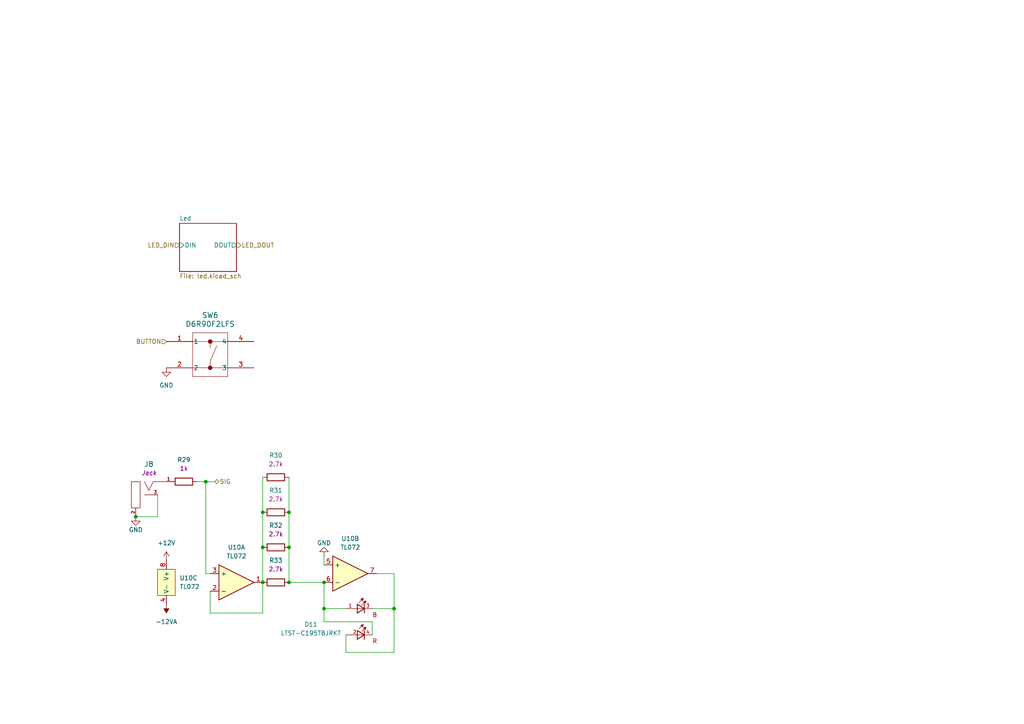
<source format=kicad_sch>
(kicad_sch (version 20231120) (generator "eeschema") (generator_version "8.0")
  (paper "A4")
  (lib_symbols
    (symbol "4ms_IC:TL072"
      (property "Reference" "U" (at 2.54 5.08 0))
      (property "Value" "TL072" (at 2.54 -3.81 0))
      (symbol "TL072_1_1"
        (polyline (pts (xy -5.08 5.08) (xy 5.08 0) (xy -5.08 -5.08) (xy -5.08 5.08)) (stroke (width 0.254)) (fill (type background)))
        (pin output line (at 7.62 0 180) (length 2.54) (name "~") (number "1"))
        (pin input line (at -7.62 -2.54 0) (length 2.54) (name "-") (number "2"))
        (pin input line (at -7.62 2.54 0) (length 2.54) (name "+") (number "3"))
      )
      (symbol "TL072_2_1"
        (polyline (pts (xy -5.08 5.08) (xy 5.08 0) (xy -5.08 -5.08) (xy -5.08 5.08)) (stroke (width 0.254)) (fill (type background)))
        (pin input line (at -7.62 2.54 0) (length 2.54) (name "+") (number "5"))
        (pin input line (at -7.62 -2.54 0) (length 2.54) (name "-") (number "6"))
        (pin output line (at 7.62 0 180) (length 2.54) (name "~") (number "7"))
      )
      (symbol "TL072_3_1"
        (rectangle (start -2.54 3.81) (end 2.54 -3.81) (fill (type background)))
        (pin power_in line (at 0 -6.35 90) (length 2.54) (name "V-") (number "4"))
        (pin power_in line (at 0 6.35 270) (length 2.54) (name "V+") (number "8"))
      )
    )
    (symbol "4ms_Jack:3.5mm_Mono_Switched_sm" (pin_names (offset 0) hide)
      (property "Reference" "J" (at -5.334 9.144 0))
      (property "Display" "Jack" (at -4.064 6.858 0))
      (symbol "3.5mm_Mono_Switched_sm_0_0"
        (rectangle (start -6.35 5.08) (end -3.81 -2.54))
        (polyline (pts (xy -2.54 1.27) (xy 0 1.27)))
        (polyline (pts (xy -2.54 5.08) (xy -1.27 2.54) (xy 0 5.08) (xy 3.81 5.08)))
      )
      (symbol "3.5mm_Mono_Switched_sm_1_1"
        (pin passive line (at 5.08 5.08 180) (length 1.27) (name "SIG") (number "1"))
        (pin passive line (at -5.08 -5.08 90) (length 2.54) (name "SHEILD") (number "2"))
        (pin passive line (at 1.27 1.27 180) (length 1.27) (name "SW") (number "3"))
      )
    )
    (symbol "4ms_Power-symbol:-12VA" (power) (pin_names (offset 0))
      (property "Value" "-12VA" (at 0 3.556 0))
      (symbol "-12VA_0_0"
        (pin power_in line (at 0 0 90) (length 0) hide (name "-12VA") (number "1"))
      )
      (symbol "-12VA_0_1"
        (polyline (pts (xy 0 0) (xy 0 1.27) (xy 0.762 1.27) (xy 0 2.54) (xy -0.762 1.27) (xy 0 1.27)) (fill (type outline)))
      )
    )
    (symbol "4ms_Power-symbol:GND" (power) (pin_names (offset 0))
      (property "Value" "GND" (at 0 -3.81 0))
      (symbol "GND_0_1"
        (polyline (pts (xy 0 0) (xy 0 -1.27) (xy 1.27 -1.27) (xy 0 -2.54) (xy -1.27 -1.27) (xy 0 -1.27)))
      )
      (symbol "GND_1_1"
        (pin power_in line (at 0 0 270) (length 0) hide (name "GND") (number "1"))
      )
    )
    (symbol "4ms_Resistor:1k_0402" (pin_numbers hide) (pin_names (offset 0))
      (property "Reference" "R" (at 2.032 0 90))
      (property "Display" "1k" (at 3.81 0 90))
      (symbol "1k_0402_0_1"
        (rectangle (start -1.016 -2.54) (end 1.016 2.54) (stroke (width 0.254)))
      )
      (symbol "1k_0402_1_1"
        (pin passive line (at 0 3.81 270) (length 1.27) (name "~") (number "1"))
        (pin passive line (at 0 -3.81 90) (length 1.27) (name "~") (number "2"))
      )
    )
    (symbol "4ms_Resistor:2.7k_0603" (pin_numbers hide) (pin_names (offset 0))
      (property "Reference" "R" (at 2.032 0 90))
      (property "Display" "2.7k" (at 3.81 0 90))
      (symbol "2.7k_0603_0_1"
        (rectangle (start -1.016 -2.54) (end 1.016 2.54) (stroke (width 0.254)))
      )
      (symbol "2.7k_0603_1_1"
        (pin passive line (at 0 3.81 270) (length 1.27) (name "~") (number "1"))
        (pin passive line (at 0 -3.81 90) (length 1.27) (name "~") (number "2"))
      )
    )
    (symbol "D6R90:D6R90F2LFS" (pin_names (offset 0.254))
      (property "Reference" "SW" (at 13.335 7.62 0))
      (property "Value" "D6R90F2LFS" (at 20.32 5.08 0))
      (symbol "D6R90F2LFS_0_1"
        (polyline (pts (xy 7.62 -10.16) (xy 17.78 -10.16)) (stroke (width 0.127)))
        (polyline (pts (xy 7.62 -7.62) (xy 17.78 -7.62)) (stroke (width 0.127)))
        (polyline (pts (xy 7.62 0) (xy 17.78 0)) (stroke (width 0.127)))
        (polyline (pts (xy 7.62 2.54) (xy 7.62 -10.16)) (stroke (width 0.127)))
        (polyline (pts (xy 12.7 -7.62) (xy 12.7 -5.715)) (stroke (width 0.127)))
        (polyline (pts (xy 12.7 -5.715) (xy 14.605 -1.27)) (stroke (width 0.127)))
        (polyline (pts (xy 12.7 0) (xy 12.7 -1.905)) (stroke (width 0.127)))
        (polyline (pts (xy 17.78 -10.16) (xy 17.78 2.54)) (stroke (width 0.127)))
        (polyline (pts (xy 17.78 2.54) (xy 7.62 2.54)) (stroke (width 0.127)))
        (circle (center 12.7 -7.62) (radius 0.127) (stroke (width 0.508)))
        (circle (center 12.7 0) (radius 0.127) (stroke (width 0.508)))
        (pin unspecified line (at 0 0 0) (length 7.62) (name "1") (number "1"))
        (pin unspecified line (at 0 -7.62 0) (length 7.62) (name "2") (number "2"))
        (pin unspecified line (at 25.4 -7.62 180) (length 7.62) (name "3") (number "3"))
        (pin unspecified line (at 25.4 0 180) (length 7.62) (name "4") (number "4"))
      )
    )
    (symbol "LTST-C195TBJRKT:LTST-C195TBJRKT" (pin_names (offset 1.016))
      (property "Reference" "D" (at -2.54 8.3988 0))
      (property "Value" "LTST-C195TBJRKT" (at -2.54 -7.2133 0))
      (symbol "LTST-C195TBJRKT_0_0"
        (polyline (pts (xy 0 5.08) (xy 2.54 5.08)) (stroke (width 0.1524)))
        (polyline (pts (xy 0.762 -1.27) (xy 0.762 -3.81)) (stroke (width 0.254)))
        (polyline (pts (xy 0.762 -1.27) (xy 2.794 -2.54)) (stroke (width 0.254)))
        (polyline (pts (xy 0.762 6.35) (xy 0.762 3.81)) (stroke (width 0.254)))
        (polyline (pts (xy 0.762 6.35) (xy 2.794 5.08)) (stroke (width 0.254)))
        (polyline (pts (xy 1.27 -0.762) (xy 2.159 0.127)) (stroke (width 0.1524)))
        (polyline (pts (xy 1.27 6.858) (xy 2.159 7.747)) (stroke (width 0.1524)))
        (polyline (pts (xy 2.032 -1.524) (xy 2.921 -0.635)) (stroke (width 0.1524)))
        (polyline (pts (xy 2.032 6.096) (xy 2.921 6.985)) (stroke (width 0.1524)))
        (polyline (pts (xy 2.794 -2.54) (xy 0.762 -3.81)) (stroke (width 0.254)))
        (polyline (pts (xy 2.794 -2.54) (xy 2.794 -3.81)) (stroke (width 0.254)))
        (polyline (pts (xy 2.794 -1.27) (xy 2.794 -2.54)) (stroke (width 0.254)))
        (polyline (pts (xy 2.794 5.08) (xy 0.762 3.81)) (stroke (width 0.254)))
        (polyline (pts (xy 2.794 5.08) (xy 2.794 3.81)) (stroke (width 0.254)))
        (polyline (pts (xy 2.794 6.35) (xy 2.794 5.08)) (stroke (width 0.254)))
        (polyline (pts (xy 2.286 -0.254) (xy 2.54 0.508) (xy 1.778 0.254) (xy 2.286 -0.254)) (stroke (width 0.1524)) (fill (type outline)))
        (polyline (pts (xy 2.286 7.366) (xy 2.54 8.128) (xy 1.778 7.874) (xy 2.286 7.366)) (stroke (width 0.1524)) (fill (type outline)))
        (polyline (pts (xy 3.048 -1.016) (xy 3.302 -0.254) (xy 2.54 -0.508) (xy 3.048 -1.016)) (stroke (width 0.1524)) (fill (type outline)))
        (polyline (pts (xy 3.048 6.604) (xy 3.302 7.366) (xy 2.54 7.112) (xy 3.048 6.604)) (stroke (width 0.1524)) (fill (type outline)))
        (text "B" (at 5.0811 2.541 0) (effects (font (size 1.2705 1.2705)) (justify left bottom)))
        (text "R" (at 5.0854 -5.0909 0) (effects (font (size 1.2727 1.2727)) (justify left bottom)))
        (pin passive line (at -2.54 5.08 0) (length 2.54) (name "~") (number "1"))
        (pin passive line (at -2.54 -2.54 0) (length 5.08) (name "~") (number "2"))
        (pin passive line (at 5.08 5.08 180) (length 2.54) (name "~") (number "3"))
        (pin passive line (at 5.08 -2.54 180) (length 2.54) (name "~") (number "4"))
      )
    )
    (symbol "power:+12V" (power) (pin_numbers hide) (pin_names (offset 0) hide)
      (property "Value" "+12V" (at 0 3.556 0))
      (symbol "+12V_0_1"
        (polyline (pts (xy -0.762 1.27) (xy 0 2.54)))
        (polyline (pts (xy 0 0) (xy 0 2.54)))
        (polyline (pts (xy 0 2.54) (xy 0.762 1.27)))
      )
      (symbol "+12V_1_1"
        (pin power_in line (at 0 0 90) (length 0) (name "~") (number "1"))
      )
    )
  )
  (junction (at 114.3 176.53))
  (junction (at 39.37 149.86))
  (junction (at 83.82 148.59))
  (junction (at 93.98 168.91))
  (junction (at 93.98 176.53))
  (junction (at 59.69 139.7))
  (junction (at 83.82 168.91))
  (junction (at 83.82 158.75))
  (junction (at 76.2 168.91))
  (junction (at 76.2 158.75))
  (junction (at 76.2 148.59))
  (wire (pts (xy 114.3 166.37) (xy 109.22 166.37)))
  (wire (pts (xy 62.23 139.7) (xy 59.69 139.7)))
  (wire (pts (xy 76.2 177.8) (xy 76.2 168.91)))
  (wire (pts (xy 83.82 158.75) (xy 83.82 168.91)))
  (wire (pts (xy 107.95 180.34) (xy 107.95 184.15)))
  (wire (pts (xy 93.98 176.53) (xy 93.98 168.91)))
  (wire (pts (xy 83.82 138.43) (xy 83.82 148.59)))
  (wire (pts (xy 59.69 139.7) (xy 57.15 139.7)))
  (wire (pts (xy 83.82 168.91) (xy 93.98 168.91)))
  (wire (pts (xy 114.3 176.53) (xy 114.3 166.37)))
  (wire (pts (xy 45.72 149.86) (xy 39.37 149.86)))
  (wire (pts (xy 93.98 176.53) (xy 93.98 180.34)))
  (wire (pts (xy 59.69 139.7) (xy 59.69 166.37)))
  (wire (pts (xy 100.33 176.53) (xy 93.98 176.53)))
  (wire (pts (xy 114.3 176.53) (xy 107.95 176.53)))
  (wire (pts (xy 76.2 138.43) (xy 76.2 148.59)))
  (wire (pts (xy 100.33 184.15) (xy 100.33 189.23)))
  (wire (pts (xy 100.33 189.23) (xy 114.3 189.23)))
  (wire (pts (xy 93.98 180.34) (xy 107.95 180.34)))
  (wire (pts (xy 59.69 166.37) (xy 60.96 166.37)))
  (wire (pts (xy 60.96 171.45) (xy 60.96 177.8)))
  (wire (pts (xy 76.2 148.59) (xy 76.2 158.75)))
  (wire (pts (xy 114.3 189.23) (xy 114.3 176.53)))
  (wire (pts (xy 76.2 158.75) (xy 76.2 168.91)))
  (wire (pts (xy 83.82 148.59) (xy 83.82 158.75)))
  (wire (pts (xy 60.96 177.8) (xy 76.2 177.8)))
  (wire (pts (xy 93.98 161.29) (xy 93.98 163.83)))
  (wire (pts (xy 45.72 143.51) (xy 45.72 149.86)))
  (hierarchical_label "LED_DOUT" (shape output) (at 68.58 71.12 0))
  (hierarchical_label "SIG" (shape bidirectional) (at 62.23 139.7 0))
  (hierarchical_label "BUTTON" (shape input) (at 48.26 99.06 180))
  (hierarchical_label "LED_DIN" (shape input) (at 52.07 71.12 180))
  (symbol (lib_id "4ms_IC:TL072") (at 48.26 168.91 0) (unit 3)
    (property "Reference" "U10" (at 52.07 167.6399 0) (effects (justify left)))
    (property "Value" "TL072" (at 52.07 170.1799 0) (effects (justify left)))
    (property "Footprint" "4ms_Package_SSOP:TSSOP-8_4.4x3mm_Pitch0.65mm" (effects (hide yes)))
    (property "Description" "TL072 Dual Opamp TSSOP-8" (effects (hide yes)))
    (property "Specifications" "TL072 Dual Opamp" (effects (hide yes)))
    (property "JLCPCB ID" "C90748" (effects (hide yes)))
    (property "Production Stage" "A" (effects (hide yes)))
    (instances (project "switch_sequencer" (path "" (reference "U10") (unit 3)) (path "" (reference "U12") (unit 3)) (path "" (reference "U7") (unit 3)) (path "" (reference "U9") (unit 3)) (path "" (reference "U8") (unit 3)) (path "" (reference "U5") (unit 3)) (path "" (reference "U6") (unit 3)) (path "" (reference "U11") (unit 3))))
  )
  (symbol (lib_id "D6R90:D6R90F2LFS") (at 48.26 99.06 0) (unit 1)
    (property "Reference" "SW6" (at 60.96 91.44 0) (effects (font (size 1.524 1.524))))
    (property "Value" "D6R90F2LFS" (at 60.96 93.98 0) (effects (font (size 1.524 1.524))))
    (property "Footprint" "D6R90:D6R90_CNK" (effects (hide yes)))
    (property "Datasheet" "D6R90F2LFS" (effects (hide yes)))
    (instances (project "switch_sequencer" (path "" (reference "SW6") (unit 1)) (path "" (reference "SW8") (unit 1)) (path "" (reference "SW3") (unit 1)) (path "" (reference "SW5") (unit 1)) (path "" (reference "SW4") (unit 1)) (path "" (reference "SW1") (unit 1)) (path "" (reference "SW2") (unit 1)) (path "" (reference "SW7") (unit 1))))
  )
  (symbol (lib_id "4ms_Resistor:2.7k_0603") (at 80.01 158.75 90) (unit 1)
    (property "Reference" "R32" (at 80.01 152.4 90))
    (property "Value" "2.7k_0603" (effects (hide yes)))
    (property "Footprint" "4ms_Resistor:R_0603" (effects (hide yes)))
    (property "Description" "2k7, 1%, 1/10W, 0603" (effects (hide yes)))
    (property "Specifications" "2k7, 1%, 1/10W, 0603" (effects (hide yes)))
    (property "Manufacturer" "Yageo" (effects (hide yes)))
    (property "Part Number" "RC0603FR-072K7L" (effects (hide yes)))
    (property "Display" "2.7k" (at 80.01 154.94 90))
    (property "JLCPCB ID" "C13167" (effects (hide yes)))
    (instances (project "switch_sequencer" (path "" (reference "R32") (unit 1)) (path "" (reference "R42") (unit 1)) (path "" (reference "R17") (unit 1)) (path "" (reference "R27") (unit 1)) (path "" (reference "R22") (unit 1)) (path "" (reference "R7") (unit 1)) (path "" (reference "R12") (unit 1)) (path "" (reference "R37") (unit 1))))
  )
  (symbol (lib_id "4ms_Power-symbol:-12VA") (at 48.26 175.26 180) (unit 1)
    (property "Reference" "#PWR066" (effects (hide yes)))
    (property "Value" "-12VA" (at 48.26 180.34 0))
    (instances (project "switch_sequencer" (path "" (reference "#PWR066") (unit 1)) (path "" (reference "#PWR080") (unit 1)) (path "" (reference "#PWR033") (unit 1)) (path "" (reference "#PWR059") (unit 1)) (path "" (reference "#PWR052") (unit 1)) (path "" (reference "#PWR09") (unit 1)) (path "" (reference "#PWR016") (unit 1)) (path "" (reference "#PWR073") (unit 1))))
  )
  (symbol (lib_id "4ms_Resistor:2.7k_0603") (at 80.01 138.43 90) (unit 1)
    (property "Reference" "R30" (at 80.01 132.08 90))
    (property "Value" "2.7k_0603" (effects (hide yes)))
    (property "Footprint" "4ms_Resistor:R_0603" (effects (hide yes)))
    (property "Description" "2k7, 1%, 1/10W, 0603" (effects (hide yes)))
    (property "Specifications" "2k7, 1%, 1/10W, 0603" (effects (hide yes)))
    (property "Manufacturer" "Yageo" (effects (hide yes)))
    (property "Part Number" "RC0603FR-072K7L" (effects (hide yes)))
    (property "Display" "2.7k" (at 80.01 134.62 90))
    (property "JLCPCB ID" "C13167" (effects (hide yes)))
    (instances (project "switch_sequencer" (path "" (reference "R30") (unit 1)) (path "" (reference "R40") (unit 1)) (path "" (reference "R15") (unit 1)) (path "" (reference "R25") (unit 1)) (path "" (reference "R20") (unit 1)) (path "" (reference "R5") (unit 1)) (path "" (reference "R10") (unit 1)) (path "" (reference "R35") (unit 1))))
  )
  (symbol (lib_id "4ms_Resistor:1k_0402") (at 53.34 139.7 90) (unit 1)
    (property "Reference" "R29" (at 53.34 133.35 90))
    (property "Value" "1k_0402" (effects (hide yes)))
    (property "Footprint" "4ms_Resistor:R_0402" (effects (hide yes)))
    (property "Description" "1k, 1%, 1/16W, 0603" (effects (hide yes)))
    (property "Specifications" "1k, 1%, 1/16W, 0402" (effects (hide yes)))
    (property "Manufacturer" "Yageo" (effects (hide yes)))
    (property "Part Number" "RC0402FR-071KL" (effects (hide yes)))
    (property "Manufacturer 2" "Yageo" (effects (hide yes)))
    (property "Display" "1k" (at 53.34 135.89 90))
    (property "JLCPCB ID" "C106235" (effects (hide yes)))
    (instances (project "switch_sequencer" (path "" (reference "R29") (unit 1)) (path "" (reference "R39") (unit 1)) (path "" (reference "R14") (unit 1)) (path "" (reference "R24") (unit 1)) (path "" (reference "R19") (unit 1)) (path "" (reference "R4") (unit 1)) (path "" (reference "R9") (unit 1)) (path "" (reference "R34") (unit 1))))
  )
  (symbol (lib_id "LTST-C195TBJRKT:LTST-C195TBJRKT") (at 102.87 181.61 0) (unit 1)
    (property "Reference" "D11" (at 90.17 181.102 0))
    (property "Value" "LTST-C195TBJRKT" (at 90.17 183.642 0))
    (property "Footprint" "LTST-C195TBJRKT:LED_LTST-C195TBJRKT" (effects (hide yes)))
    (property "MANUFACTURER" "Lite-On Inc." (effects (hide yes)))
    (property "STANDARD" "Manufacturer Recommendation" (effects (hide yes)))
    (instances (project "switch_sequencer" (path "" (reference "D11") (unit 1)) (path "" (reference "D15") (unit 1)) (path "" (reference "D5") (unit 1)) (path "" (reference "D9") (unit 1)) (path "" (reference "D7") (unit 1)) (path "" (reference "D1") (unit 1)) (path "" (reference "D3") (unit 1)) (path "" (reference "D13") (unit 1))))
  )
  (symbol (lib_id "4ms_IC:TL072") (at 68.58 168.91 0) (unit 1)
    (property "Reference" "U10" (at 68.58 158.75 0))
    (property "Value" "TL072" (at 68.58 161.29 0))
    (property "Footprint" "4ms_Package_SSOP:TSSOP-8_4.4x3mm_Pitch0.65mm" (effects (hide yes)))
    (property "Description" "TL072 Dual Opamp TSSOP-8" (effects (hide yes)))
    (property "Specifications" "TL072 Dual Opamp" (effects (hide yes)))
    (property "JLCPCB ID" "C90748" (effects (hide yes)))
    (property "Production Stage" "A" (effects (hide yes)))
    (instances (project "switch_sequencer" (path "" (reference "U10") (unit 1)) (path "" (reference "U12") (unit 1)) (path "" (reference "U7") (unit 1)) (path "" (reference "U9") (unit 1)) (path "" (reference "U8") (unit 1)) (path "" (reference "U5") (unit 1)) (path "" (reference "U6") (unit 1)) (path "" (reference "U11") (unit 1))))
  )
  (symbol (lib_id "4ms_Power-symbol:GND") (at 93.98 161.29 180) (unit 1)
    (property "Reference" "#PWR010" (effects (hide yes)))
    (property "Value" "GND" (at 93.98 157.48 0))
    (instances (project "switch_sequencer" (path "" (reference "#PWR067") (unit 1)) (path "" (reference "#PWR081") (unit 1)) (path "" (reference "#PWR034") (unit 1)) (path "" (reference "#PWR060") (unit 1)) (path "" (reference "#PWR053") (unit 1)) (path "" (reference "#PWR010") (unit 1)) (path "" (reference "#PWR017") (unit 1)) (path "" (reference "#PWR074") (unit 1))))
  )
  (symbol (lib_id "4ms_IC:TL072") (at 101.6 166.37 0) (unit 2)
    (property "Reference" "U10" (at 101.6 156.21 0))
    (property "Value" "TL072" (at 101.6 158.75 0))
    (property "Footprint" "4ms_Package_SSOP:TSSOP-8_4.4x3mm_Pitch0.65mm" (effects (hide yes)))
    (property "Description" "TL072 Dual Opamp TSSOP-8" (effects (hide yes)))
    (property "Specifications" "TL072 Dual Opamp" (effects (hide yes)))
    (property "JLCPCB ID" "C90748" (effects (hide yes)))
    (property "Production Stage" "A" (effects (hide yes)))
    (instances (project "switch_sequencer" (path "" (reference "U10") (unit 2)) (path "" (reference "U12") (unit 2)) (path "" (reference "U7") (unit 2)) (path "" (reference "U9") (unit 2)) (path "" (reference "U8") (unit 2)) (path "" (reference "U5") (unit 2)) (path "" (reference "U6") (unit 2)) (path "" (reference "U11") (unit 2))))
  )
  (symbol (lib_id "4ms_Power-symbol:GND") (at 48.26 106.68 0) (unit 1)
    (property "Reference" "#PWR064" (effects (hide yes)))
    (property "Value" "GND" (at 48.26 111.76 0))
    (instances (project "switch_sequencer" (path "" (reference "#PWR064") (unit 1)) (path "" (reference "#PWR078") (unit 1)) (path "" (reference "#PWR031") (unit 1)) (path "" (reference "#PWR057") (unit 1)) (path "" (reference "#PWR038") (unit 1)) (path "" (reference "#PWR07") (unit 1)) (path "" (reference "#PWR014") (unit 1)) (path "" (reference "#PWR071") (unit 1))))
  )
  (symbol (lib_id "4ms_Resistor:2.7k_0603") (at 80.01 168.91 90) (unit 1)
    (property "Reference" "R33" (at 80.01 162.56 90))
    (property "Value" "2.7k_0603" (effects (hide yes)))
    (property "Footprint" "4ms_Resistor:R_0603" (effects (hide yes)))
    (property "Description" "2k7, 1%, 1/10W, 0603" (effects (hide yes)))
    (property "Specifications" "2k7, 1%, 1/10W, 0603" (effects (hide yes)))
    (property "Manufacturer" "Yageo" (effects (hide yes)))
    (property "Part Number" "RC0603FR-072K7L" (effects (hide yes)))
    (property "Display" "2.7k" (at 80.01 165.1 90))
    (property "JLCPCB ID" "C13167" (effects (hide yes)))
    (instances (project "switch_sequencer" (path "" (reference "R33") (unit 1)) (path "" (reference "R43") (unit 1)) (path "" (reference "R18") (unit 1)) (path "" (reference "R28") (unit 1)) (path "" (reference "R23") (unit 1)) (path "" (reference "R8") (unit 1)) (path "" (reference "R13") (unit 1)) (path "" (reference "R38") (unit 1))))
  )
  (symbol (lib_id "4ms_Resistor:2.7k_0603") (at 80.01 148.59 90) (unit 1)
    (property "Reference" "R31" (at 80.01 142.24 90))
    (property "Value" "2.7k_0603" (effects (hide yes)))
    (property "Footprint" "4ms_Resistor:R_0603" (effects (hide yes)))
    (property "Description" "2k7, 1%, 1/10W, 0603" (effects (hide yes)))
    (property "Specifications" "2k7, 1%, 1/10W, 0603" (effects (hide yes)))
    (property "Manufacturer" "Yageo" (effects (hide yes)))
    (property "Part Number" "RC0603FR-072K7L" (effects (hide yes)))
    (property "Display" "2.7k" (at 80.01 144.78 90))
    (property "JLCPCB ID" "C13167" (effects (hide yes)))
    (instances (project "switch_sequencer" (path "" (reference "R31") (unit 1)) (path "" (reference "R41") (unit 1)) (path "" (reference "R16") (unit 1)) (path "" (reference "R26") (unit 1)) (path "" (reference "R21") (unit 1)) (path "" (reference "R6") (unit 1)) (path "" (reference "R11") (unit 1)) (path "" (reference "R36") (unit 1))))
  )
  (symbol (lib_id "4ms_Jack:3.5mm_Mono_Switched_sm") (at 44.45 144.78 0) (unit 1)
    (property "Reference" "J8" (at 43.18 134.62 0) (effects (font (size 1.524 1.524))))
    (property "Value" "3.5mm_Mono_Switched_sm" (effects (hide yes)))
    (property "Footprint" "4ms_Jack:EighthInch_PJ398SM" (effects (hide yes)))
    (property "Description" "Audio 3.5mm Jack, mono, switched, PC-pin Vertical" (effects (hide yes)))
    (property "Specifications" "Audio 3.5mm Jack, mono, switched, PC-pin Vertical" (effects (hide yes)))
    (property "Manufacturer" "Wenzhou QingPu Electronics Co" (effects (hide yes)))
    (property "Part Number" "WQP-WQP518MA" (effects (hide yes)))
    (property "Production Stage" "C" (effects (hide yes)))
    (property "Display" "Jack" (at 43.18 137.16 0) (effects (font (italic yes))))
    (instances (project "switch_sequencer" (path "" (reference "J8") (unit 1)) (path "" (reference "J10") (unit 1)) (path "" (reference "J5") (unit 1)) (path "" (reference "J7") (unit 1)) (path "" (reference "J6") (unit 1)) (path "" (reference "J3") (unit 1)) (path "" (reference "J4") (unit 1)) (path "" (reference "J9") (unit 1))))
  )
  (symbol (lib_id "power:+12V") (at 48.26 162.56 0) (unit 1)
    (property "Reference" "#PWR065" (effects (hide yes)))
    (property "Value" "+12V" (at 48.26 157.48 0))
    (property "Description" "Power symbol creates a global label with name \"+12V\"" (effects (hide yes)))
    (instances (project "switch_sequencer" (path "" (reference "#PWR065") (unit 1)) (path "" (reference "#PWR079") (unit 1)) (path "" (reference "#PWR032") (unit 1)) (path "" (reference "#PWR058") (unit 1)) (path "" (reference "#PWR039") (unit 1)) (path "" (reference "#PWR08") (unit 1)) (path "" (reference "#PWR015") (unit 1)) (path "" (reference "#PWR072") (unit 1))))
  )
  (symbol (lib_id "4ms_Power-symbol:GND") (at 39.37 149.86 0) (unit 1)
    (property "Reference" "#PWR06" (effects (hide yes)))
    (property "Value" "GND" (at 39.37 153.67 0))
    (instances (project "switch_sequencer" (path "" (reference "#PWR063") (unit 1)) (path "" (reference "#PWR077") (unit 1)) (path "" (reference "#PWR030") (unit 1)) (path "" (reference "#PWR056") (unit 1)) (path "" (reference "#PWR037") (unit 1)) (path "" (reference "#PWR06") (unit 1)) (path "" (reference "#PWR013") (unit 1)) (path "" (reference "#PWR070") (unit 1))))
  )
  (sheet (at 52.07 64.77) (size 16.51 13.97) (stroke (width 0.1524))
    (property "Sheetname" "Led" (at 52.07 64.0584 0) (effects (justify left bottom)))
    (property "Sheetfile" "led.kicad_sch" (at 52.07 79.3246 0) (effects (justify left top)))
    (pin "DOUT" output (at 68.58 71.12 0))
    (pin "DIN" input (at 52.07 71.12 180))
  )
)
</source>
